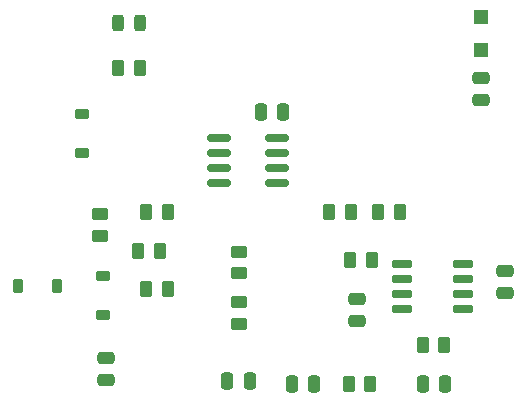
<source format=gtp>
%TF.GenerationSoftware,KiCad,Pcbnew,8.0.0*%
%TF.CreationDate,2024-09-29T18:30:20+09:00*%
%TF.ProjectId,tiny402_sounds_player_V2_0807_,74696e79-3430-4325-9f73-6f756e64735f,rev?*%
%TF.SameCoordinates,Original*%
%TF.FileFunction,Paste,Top*%
%TF.FilePolarity,Positive*%
%FSLAX46Y46*%
G04 Gerber Fmt 4.6, Leading zero omitted, Abs format (unit mm)*
G04 Created by KiCad (PCBNEW 8.0.0) date 2024-09-29 18:30:20*
%MOMM*%
%LPD*%
G01*
G04 APERTURE LIST*
G04 Aperture macros list*
%AMRoundRect*
0 Rectangle with rounded corners*
0 $1 Rounding radius*
0 $2 $3 $4 $5 $6 $7 $8 $9 X,Y pos of 4 corners*
0 Add a 4 corners polygon primitive as box body*
4,1,4,$2,$3,$4,$5,$6,$7,$8,$9,$2,$3,0*
0 Add four circle primitives for the rounded corners*
1,1,$1+$1,$2,$3*
1,1,$1+$1,$4,$5*
1,1,$1+$1,$6,$7*
1,1,$1+$1,$8,$9*
0 Add four rect primitives between the rounded corners*
20,1,$1+$1,$2,$3,$4,$5,0*
20,1,$1+$1,$4,$5,$6,$7,0*
20,1,$1+$1,$6,$7,$8,$9,0*
20,1,$1+$1,$8,$9,$2,$3,0*%
G04 Aperture macros list end*
%ADD10RoundRect,0.250000X0.262500X0.450000X-0.262500X0.450000X-0.262500X-0.450000X0.262500X-0.450000X0*%
%ADD11RoundRect,0.250000X0.475000X-0.250000X0.475000X0.250000X-0.475000X0.250000X-0.475000X-0.250000X0*%
%ADD12RoundRect,0.250000X-0.262500X-0.450000X0.262500X-0.450000X0.262500X0.450000X-0.262500X0.450000X0*%
%ADD13RoundRect,0.250000X0.450000X-0.262500X0.450000X0.262500X-0.450000X0.262500X-0.450000X-0.262500X0*%
%ADD14RoundRect,0.250000X-0.475000X0.250000X-0.475000X-0.250000X0.475000X-0.250000X0.475000X0.250000X0*%
%ADD15RoundRect,0.150000X-0.725000X-0.150000X0.725000X-0.150000X0.725000X0.150000X-0.725000X0.150000X0*%
%ADD16RoundRect,0.150000X-0.825000X-0.150000X0.825000X-0.150000X0.825000X0.150000X-0.825000X0.150000X0*%
%ADD17R,1.200000X1.200000*%
%ADD18RoundRect,0.250000X-0.250000X-0.475000X0.250000X-0.475000X0.250000X0.475000X-0.250000X0.475000X0*%
%ADD19RoundRect,0.225000X0.225000X0.375000X-0.225000X0.375000X-0.225000X-0.375000X0.225000X-0.375000X0*%
%ADD20RoundRect,0.225000X0.375000X-0.225000X0.375000X0.225000X-0.375000X0.225000X-0.375000X-0.225000X0*%
%ADD21RoundRect,0.243750X-0.243750X-0.456250X0.243750X-0.456250X0.243750X0.456250X-0.243750X0.456250X0*%
G04 APERTURE END LIST*
D10*
%TO.C,R5*%
X112625000Y-71250000D03*
X110800000Y-71250000D03*
%TD*%
D11*
%TO.C,C7*%
X143587500Y-90350000D03*
X143587500Y-88450000D03*
%TD*%
D12*
%TO.C,R16*%
X130425000Y-87500000D03*
X132250000Y-87500000D03*
%TD*%
D13*
%TO.C,R14*%
X120987500Y-92920000D03*
X120987500Y-91095000D03*
%TD*%
D14*
%TO.C,C5*%
X141500000Y-72100000D03*
X141500000Y-74000000D03*
%TD*%
D15*
%TO.C,U4*%
X134837500Y-87845000D03*
X134837500Y-89115000D03*
X134837500Y-90385000D03*
X134837500Y-91655000D03*
X139987500Y-91655000D03*
X139987500Y-90385000D03*
X139987500Y-89115000D03*
X139987500Y-87845000D03*
%TD*%
D16*
%TO.C,U2*%
X119300000Y-77230000D03*
X119300000Y-78500000D03*
X119300000Y-79770000D03*
X119300000Y-81040000D03*
X124250000Y-81040000D03*
X124250000Y-79770000D03*
X124250000Y-78500000D03*
X124250000Y-77230000D03*
%TD*%
D17*
%TO.C,D4*%
X141500000Y-69750000D03*
X141500000Y-66950000D03*
%TD*%
D10*
%TO.C,R4*%
X115000000Y-83500000D03*
X113175000Y-83500000D03*
%TD*%
D12*
%TO.C,R8*%
X132837500Y-83500000D03*
X134662500Y-83500000D03*
%TD*%
D18*
%TO.C,C8*%
X125500000Y-98000000D03*
X127400000Y-98000000D03*
%TD*%
D19*
%TO.C,D6*%
X105605000Y-89750000D03*
X102305000Y-89750000D03*
%TD*%
D14*
%TO.C,C9*%
X130987500Y-90800000D03*
X130987500Y-92700000D03*
%TD*%
D10*
%TO.C,R13*%
X114325000Y-86750000D03*
X112500000Y-86750000D03*
%TD*%
D20*
%TO.C,D5*%
X109500000Y-92150000D03*
X109500000Y-88850000D03*
%TD*%
D13*
%TO.C,R11*%
X109250000Y-85500000D03*
X109250000Y-83675000D03*
%TD*%
D12*
%TO.C,R6*%
X128675000Y-83500000D03*
X130500000Y-83500000D03*
%TD*%
D18*
%TO.C,C6*%
X120050000Y-97787500D03*
X121950000Y-97787500D03*
%TD*%
D12*
%TO.C,R10*%
X130325000Y-98000000D03*
X132150000Y-98000000D03*
%TD*%
D14*
%TO.C,C2*%
X109750000Y-95800000D03*
X109750000Y-97700000D03*
%TD*%
D20*
%TO.C,D1*%
X107750000Y-78500000D03*
X107750000Y-75200000D03*
%TD*%
D10*
%TO.C,R9*%
X115000000Y-90000000D03*
X113175000Y-90000000D03*
%TD*%
D18*
%TO.C,C10*%
X136600000Y-98020000D03*
X138500000Y-98020000D03*
%TD*%
D12*
%TO.C,R12*%
X136575000Y-94750000D03*
X138400000Y-94750000D03*
%TD*%
D18*
%TO.C,C4*%
X122850000Y-75000000D03*
X124750000Y-75000000D03*
%TD*%
D13*
%TO.C,R15*%
X120987500Y-88670000D03*
X120987500Y-86845000D03*
%TD*%
D21*
%TO.C,D2*%
X110750000Y-67500000D03*
X112625000Y-67500000D03*
%TD*%
M02*

</source>
